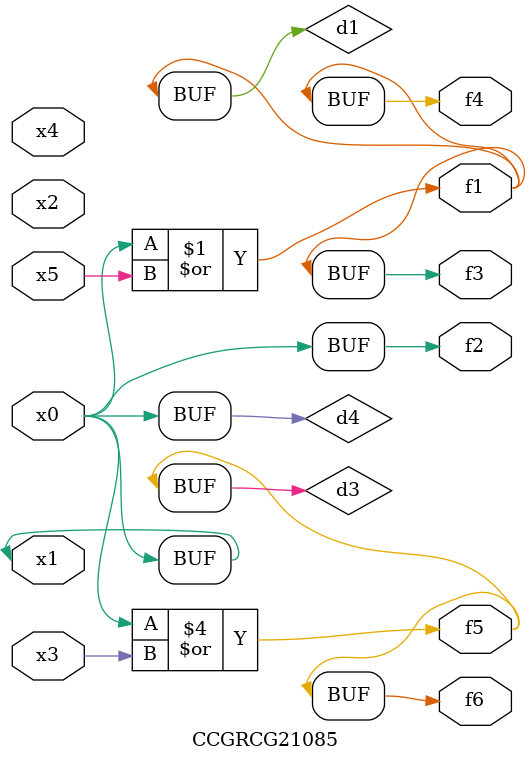
<source format=v>
module CCGRCG21085(
	input x0, x1, x2, x3, x4, x5,
	output f1, f2, f3, f4, f5, f6
);

	wire d1, d2, d3, d4;

	or (d1, x0, x5);
	xnor (d2, x1, x4);
	or (d3, x0, x3);
	buf (d4, x0, x1);
	assign f1 = d1;
	assign f2 = d4;
	assign f3 = d1;
	assign f4 = d1;
	assign f5 = d3;
	assign f6 = d3;
endmodule

</source>
